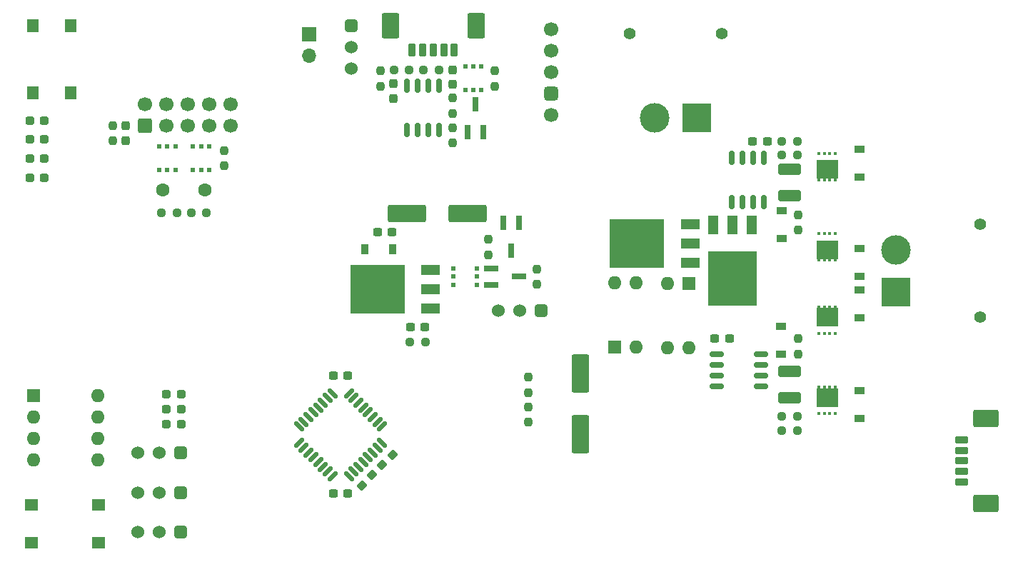
<source format=gts>
%TF.GenerationSoftware,KiCad,Pcbnew,(6.0.11)*%
%TF.CreationDate,2023-08-03T06:57:00+09:00*%
%TF.ProjectId,motordriver,6d6f746f-7264-4726-9976-65722e6b6963,rev?*%
%TF.SameCoordinates,Original*%
%TF.FileFunction,Soldermask,Top*%
%TF.FilePolarity,Negative*%
%FSLAX46Y46*%
G04 Gerber Fmt 4.6, Leading zero omitted, Abs format (unit mm)*
G04 Created by KiCad (PCBNEW (6.0.11)) date 2023-08-03 06:57:00*
%MOMM*%
%LPD*%
G01*
G04 APERTURE LIST*
G04 Aperture macros list*
%AMRoundRect*
0 Rectangle with rounded corners*
0 $1 Rounding radius*
0 $2 $3 $4 $5 $6 $7 $8 $9 X,Y pos of 4 corners*
0 Add a 4 corners polygon primitive as box body*
4,1,4,$2,$3,$4,$5,$6,$7,$8,$9,$2,$3,0*
0 Add four circle primitives for the rounded corners*
1,1,$1+$1,$2,$3*
1,1,$1+$1,$4,$5*
1,1,$1+$1,$6,$7*
1,1,$1+$1,$8,$9*
0 Add four rect primitives between the rounded corners*
20,1,$1+$1,$2,$3,$4,$5,0*
20,1,$1+$1,$4,$5,$6,$7,0*
20,1,$1+$1,$6,$7,$8,$9,0*
20,1,$1+$1,$8,$9,$2,$3,0*%
G04 Aperture macros list end*
%ADD10R,2.200000X1.200000*%
%ADD11R,6.400000X5.800000*%
%ADD12RoundRect,0.250000X0.600000X-0.600000X0.600000X0.600000X-0.600000X0.600000X-0.600000X-0.600000X0*%
%ADD13C,1.700000*%
%ADD14R,0.620000X0.575000*%
%ADD15R,0.575000X0.620000*%
%ADD16RoundRect,0.237500X0.237500X-0.250000X0.237500X0.250000X-0.237500X0.250000X-0.237500X-0.250000X0*%
%ADD17RoundRect,0.237500X0.287500X0.237500X-0.287500X0.237500X-0.287500X-0.237500X0.287500X-0.237500X0*%
%ADD18RoundRect,0.237500X-0.287500X-0.237500X0.287500X-0.237500X0.287500X0.237500X-0.287500X0.237500X0*%
%ADD19R,0.400000X0.400000*%
%ADD20R,2.650000X2.200000*%
%ADD21R,0.400000X0.300000*%
%ADD22RoundRect,0.237500X-0.237500X0.250000X-0.237500X-0.250000X0.237500X-0.250000X0.237500X0.250000X0*%
%ADD23RoundRect,0.237500X-0.250000X-0.237500X0.250000X-0.237500X0.250000X0.237500X-0.250000X0.237500X0*%
%ADD24RoundRect,0.150000X0.150000X-0.675000X0.150000X0.675000X-0.150000X0.675000X-0.150000X-0.675000X0*%
%ADD25RoundRect,0.237500X0.250000X0.237500X-0.250000X0.237500X-0.250000X-0.237500X0.250000X-0.237500X0*%
%ADD26RoundRect,0.237500X-0.044194X-0.380070X0.380070X0.044194X0.044194X0.380070X-0.380070X-0.044194X0*%
%ADD27R,0.900000X1.200000*%
%ADD28R,1.700000X1.700000*%
%ADD29O,1.700000X1.700000*%
%ADD30RoundRect,0.425000X0.425000X0.425000X-0.425000X0.425000X-0.425000X-0.425000X0.425000X-0.425000X0*%
%ADD31R,0.800000X1.800000*%
%ADD32RoundRect,0.125000X0.530330X-0.353553X-0.353553X0.530330X-0.530330X0.353553X0.353553X-0.530330X0*%
%ADD33RoundRect,0.125000X0.530330X0.353553X0.353553X0.530330X-0.530330X-0.353553X-0.353553X-0.530330X0*%
%ADD34R,1.200000X0.900000*%
%ADD35RoundRect,0.237500X-0.237500X0.300000X-0.237500X-0.300000X0.237500X-0.300000X0.237500X0.300000X0*%
%ADD36RoundRect,0.150000X-0.675000X-0.150000X0.675000X-0.150000X0.675000X0.150000X-0.675000X0.150000X0*%
%ADD37R,1.600000X1.600000*%
%ADD38O,1.600000X1.600000*%
%ADD39RoundRect,0.381000X-0.381000X0.381000X-0.381000X-0.381000X0.381000X-0.381000X0.381000X0.381000X0*%
%ADD40C,1.524000*%
%ADD41C,1.400000*%
%ADD42R,3.500000X3.500000*%
%ADD43C,3.500000*%
%ADD44RoundRect,0.200000X0.600000X-0.200000X0.600000X0.200000X-0.600000X0.200000X-0.600000X-0.200000X0*%
%ADD45RoundRect,0.250001X1.249999X-0.799999X1.249999X0.799999X-1.249999X0.799999X-1.249999X-0.799999X0*%
%ADD46RoundRect,0.237500X0.300000X0.237500X-0.300000X0.237500X-0.300000X-0.237500X0.300000X-0.237500X0*%
%ADD47RoundRect,0.200000X0.200000X0.600000X-0.200000X0.600000X-0.200000X-0.600000X0.200000X-0.600000X0*%
%ADD48RoundRect,0.250001X0.799999X1.249999X-0.799999X1.249999X-0.799999X-1.249999X0.799999X-1.249999X0*%
%ADD49RoundRect,0.250001X-1.999999X-0.799999X1.999999X-0.799999X1.999999X0.799999X-1.999999X0.799999X0*%
%ADD50RoundRect,0.237500X-0.300000X-0.237500X0.300000X-0.237500X0.300000X0.237500X-0.300000X0.237500X0*%
%ADD51RoundRect,0.250001X-0.799999X1.999999X-0.799999X-1.999999X0.799999X-1.999999X0.799999X1.999999X0*%
%ADD52RoundRect,0.250000X1.100000X-0.412500X1.100000X0.412500X-1.100000X0.412500X-1.100000X-0.412500X0*%
%ADD53R,1.600000X1.400000*%
%ADD54RoundRect,0.250000X-1.100000X0.412500X-1.100000X-0.412500X1.100000X-0.412500X1.100000X0.412500X0*%
%ADD55R,1.400000X1.600000*%
%ADD56C,1.600000*%
%ADD57RoundRect,0.381000X-0.381000X-0.381000X0.381000X-0.381000X0.381000X0.381000X-0.381000X0.381000X0*%
%ADD58RoundRect,0.237500X0.044194X0.380070X-0.380070X-0.044194X-0.044194X-0.380070X0.380070X0.044194X0*%
%ADD59R,1.200000X2.200000*%
%ADD60R,5.800000X6.400000*%
%ADD61RoundRect,0.150000X-0.150000X0.675000X-0.150000X-0.675000X0.150000X-0.675000X0.150000X0.675000X0*%
%ADD62R,1.800000X0.800000*%
G04 APERTURE END LIST*
D10*
%TO.C,Q1*%
X173970000Y-88345000D03*
X173970000Y-86065000D03*
D11*
X167670000Y-86065000D03*
D10*
X173970000Y-83785000D03*
%TD*%
D12*
%TO.C,J2*%
X109320000Y-72090000D03*
D13*
X109320000Y-69550000D03*
X111860000Y-72090000D03*
X111860000Y-69550000D03*
X114400000Y-72090000D03*
X114400000Y-69550000D03*
X116940000Y-72090000D03*
X116940000Y-69550000D03*
X119480000Y-72090000D03*
X119480000Y-69550000D03*
%TD*%
D14*
%TO.C,Q8*%
X115000000Y-77330499D03*
X115950000Y-77330499D03*
X116900000Y-77330499D03*
X116900000Y-74554499D03*
X115950000Y-74554499D03*
X115000000Y-74554499D03*
%TD*%
D15*
%TO.C,Q6*%
X148638000Y-90950000D03*
X148638000Y-90000000D03*
X148638000Y-89050000D03*
X145862000Y-89050000D03*
X145862000Y-90000000D03*
X145862000Y-90950000D03*
%TD*%
D16*
%TO.C,R23*%
X105500000Y-73912500D03*
X105500000Y-72087500D03*
%TD*%
D17*
%TO.C,D2*%
X113625000Y-103950000D03*
X111875000Y-103950000D03*
%TD*%
D18*
%TO.C,D9*%
X95625000Y-76000000D03*
X97375000Y-76000000D03*
%TD*%
D19*
%TO.C,Q11*%
X189225000Y-96728000D03*
X189875000Y-96728000D03*
X190525000Y-96728000D03*
X191175000Y-96728000D03*
D20*
X190200000Y-94828000D03*
D21*
X190525000Y-93578000D03*
X191175000Y-93578000D03*
X189875000Y-93578000D03*
X189225000Y-93578000D03*
%TD*%
D22*
%TO.C,R26*%
X150000000Y-85587500D03*
X150000000Y-87412500D03*
%TD*%
D23*
%TO.C,R48*%
X184862500Y-73970000D03*
X186687500Y-73970000D03*
%TD*%
D24*
%TO.C,U8*%
X140345000Y-72625000D03*
X141615000Y-72625000D03*
X142885000Y-72625000D03*
X144155000Y-72625000D03*
X144155000Y-67375000D03*
X142885000Y-67375000D03*
X141615000Y-67375000D03*
X140345000Y-67375000D03*
%TD*%
D25*
%TO.C,R32*%
X142550000Y-97750000D03*
X140725000Y-97750000D03*
%TD*%
D26*
%TO.C,C11*%
X137440120Y-112359880D03*
X138659880Y-111140120D03*
%TD*%
D27*
%TO.C,D6*%
X138650000Y-86750000D03*
X135350000Y-86750000D03*
%TD*%
D28*
%TO.C,JP1*%
X128750000Y-61250000D03*
D29*
X128750000Y-63790000D03*
%TD*%
D30*
%TO.C,SW6*%
X157500000Y-68290000D03*
D13*
X157500000Y-65750000D03*
X157500000Y-63210000D03*
X157500000Y-70830000D03*
X157500000Y-60670000D03*
%TD*%
D31*
%TO.C,Q7*%
X153700000Y-83600000D03*
X151800000Y-83600000D03*
X152750000Y-86900000D03*
%TD*%
D10*
%TO.C,U3*%
X143200000Y-93780000D03*
X143200000Y-91500000D03*
D11*
X136900000Y-91500000D03*
D10*
X143200000Y-89220000D03*
%TD*%
D32*
%TO.C,U2*%
X133472272Y-113682070D03*
X134037957Y-113116384D03*
X134603643Y-112550699D03*
X135169328Y-111985014D03*
X135735014Y-111419328D03*
X136300699Y-110853643D03*
X136866384Y-110287957D03*
X137432070Y-109722272D03*
D33*
X137432070Y-107777728D03*
X136866384Y-107212043D03*
X136300699Y-106646357D03*
X135735014Y-106080672D03*
X135169328Y-105514986D03*
X134603643Y-104949301D03*
X134037957Y-104383616D03*
X133472272Y-103817930D03*
D32*
X131527728Y-103817930D03*
X130962043Y-104383616D03*
X130396357Y-104949301D03*
X129830672Y-105514986D03*
X129264986Y-106080672D03*
X128699301Y-106646357D03*
X128133616Y-107212043D03*
X127567930Y-107777728D03*
D33*
X127567930Y-109722272D03*
X128133616Y-110287957D03*
X128699301Y-110853643D03*
X129264986Y-111419328D03*
X129830672Y-111985014D03*
X130396357Y-112550699D03*
X130962043Y-113116384D03*
X131527728Y-113682070D03*
%TD*%
D23*
%TO.C,R24*%
X114787500Y-82442500D03*
X116612500Y-82442500D03*
%TD*%
D34*
%TO.C,D12*%
X184825000Y-82165000D03*
X184825000Y-85465000D03*
%TD*%
D22*
%TO.C,R41*%
X186775000Y-97377500D03*
X186775000Y-99202500D03*
%TD*%
D35*
%TO.C,C22*%
X138750000Y-67137500D03*
X138750000Y-68862500D03*
%TD*%
D31*
%TO.C,Q16*%
X147550000Y-72900000D03*
X149450000Y-72900000D03*
X148500000Y-69600000D03*
%TD*%
D36*
%TO.C,U6*%
X177150000Y-99160000D03*
X177150000Y-100430000D03*
X177150000Y-101700000D03*
X177150000Y-102970000D03*
X182400000Y-102970000D03*
X182400000Y-101700000D03*
X182400000Y-100430000D03*
X182400000Y-99160000D03*
%TD*%
D37*
%TO.C,SW5*%
X96050000Y-104150000D03*
D38*
X96050000Y-106690000D03*
X96050000Y-109230000D03*
X96050000Y-111770000D03*
X103670000Y-111770000D03*
X103670000Y-109230000D03*
X103670000Y-106690000D03*
X103670000Y-104150000D03*
%TD*%
D39*
%TO.C,U1*%
X156290000Y-94028000D03*
D40*
X153750000Y-94028000D03*
X151210000Y-94028000D03*
%TD*%
D17*
%TO.C,D5*%
X113625000Y-107500000D03*
X111875000Y-107500000D03*
%TD*%
D41*
%TO.C,J1*%
X166750000Y-61175000D03*
X177750000Y-61175000D03*
D42*
X174750000Y-71175000D03*
D43*
X169750000Y-71175000D03*
%TD*%
D44*
%TO.C,J5*%
X206150000Y-114350000D03*
X206150000Y-113100000D03*
X206150000Y-111850000D03*
X206150000Y-110600000D03*
X206150000Y-109350000D03*
D45*
X209050000Y-116900000D03*
X209050000Y-106800000D03*
%TD*%
D18*
%TO.C,D7*%
X95625000Y-71500000D03*
X97375000Y-71500000D03*
%TD*%
D39*
%TO.C,SW3*%
X113540000Y-120312500D03*
D40*
X111000000Y-120312500D03*
X108460000Y-120312500D03*
%TD*%
D34*
%TO.C,D11*%
X184775000Y-99215000D03*
X184775000Y-95915000D03*
%TD*%
D14*
%TO.C,Q15*%
X147300000Y-67888000D03*
X148250000Y-67888000D03*
X149200000Y-67888000D03*
X149200000Y-65112000D03*
X148250000Y-65112000D03*
X147300000Y-65112000D03*
%TD*%
D25*
%TO.C,R53*%
X140662500Y-65500000D03*
X138837500Y-65500000D03*
%TD*%
D23*
%TO.C,R44*%
X184862500Y-75565000D03*
X186687500Y-75565000D03*
%TD*%
D18*
%TO.C,D10*%
X95625000Y-78250000D03*
X97375000Y-78250000D03*
%TD*%
D46*
%TO.C,C19*%
X183112500Y-73970000D03*
X181387500Y-73970000D03*
%TD*%
D34*
%TO.C,D13*%
X194025000Y-91565000D03*
X194025000Y-94865000D03*
%TD*%
D37*
%TO.C,U5*%
X164975000Y-98390000D03*
D38*
X167515000Y-98390000D03*
X167515000Y-90770000D03*
X164975000Y-90770000D03*
%TD*%
D46*
%TO.C,C18*%
X178612500Y-97340000D03*
X176887500Y-97340000D03*
%TD*%
D17*
%TO.C,D3*%
X113625000Y-105700000D03*
X111875000Y-105700000D03*
%TD*%
D47*
%TO.C,J3*%
X146000000Y-63150000D03*
X144750000Y-63150000D03*
X143500000Y-63150000D03*
X142250000Y-63150000D03*
X141000000Y-63150000D03*
D48*
X148550000Y-60250000D03*
X138450000Y-60250000D03*
%TD*%
D25*
%TO.C,R52*%
X144162500Y-65500000D03*
X142337500Y-65500000D03*
%TD*%
D23*
%TO.C,R25*%
X111287500Y-82442500D03*
X113112500Y-82442500D03*
%TD*%
D41*
%TO.C,J4*%
X208350000Y-83815000D03*
X208350000Y-94815000D03*
D42*
X198350000Y-91815000D03*
D43*
X198350000Y-86815000D03*
%TD*%
D22*
%TO.C,R43*%
X186775000Y-82652500D03*
X186775000Y-84477500D03*
%TD*%
%TO.C,R51*%
X145750000Y-68837500D03*
X145750000Y-70662500D03*
%TD*%
D49*
%TO.C,C13*%
X140400000Y-82500000D03*
X147600000Y-82500000D03*
%TD*%
D34*
%TO.C,D15*%
X194025000Y-89965000D03*
X194025000Y-86665000D03*
%TD*%
D14*
%TO.C,Q5*%
X112900000Y-74554500D03*
X111950000Y-74554500D03*
X111000000Y-74554500D03*
X111000000Y-77330500D03*
X111950000Y-77330500D03*
X112900000Y-77330500D03*
%TD*%
D46*
%TO.C,C10*%
X133362500Y-115750000D03*
X131637500Y-115750000D03*
%TD*%
D34*
%TO.C,D14*%
X194015000Y-103520000D03*
X194015000Y-106820000D03*
%TD*%
D16*
%TO.C,R54*%
X137250000Y-67412500D03*
X137250000Y-65587500D03*
%TD*%
D50*
%TO.C,C15*%
X140775000Y-96000000D03*
X142500000Y-96000000D03*
%TD*%
D22*
%TO.C,R10*%
X154750000Y-105437500D03*
X154750000Y-107262500D03*
%TD*%
D19*
%TO.C,Q12*%
X189225000Y-106228000D03*
X189875000Y-106228000D03*
X190525000Y-106228000D03*
X191175000Y-106228000D03*
D21*
X190525000Y-103078000D03*
X189875000Y-103078000D03*
X191175000Y-103078000D03*
X189225000Y-103078000D03*
D20*
X190200000Y-104328000D03*
%TD*%
D18*
%TO.C,D8*%
X95625000Y-73750000D03*
X97375000Y-73750000D03*
%TD*%
D35*
%TO.C,C4*%
X107000000Y-72137500D03*
X107000000Y-73862500D03*
%TD*%
D51*
%TO.C,C5*%
X160950000Y-101450000D03*
X160950000Y-108650000D03*
%TD*%
D52*
%TO.C,C21*%
X185775000Y-80377500D03*
X185775000Y-77252500D03*
%TD*%
D53*
%TO.C,SW1*%
X95800000Y-117050000D03*
X103800000Y-117050000D03*
X103800000Y-121550000D03*
X95800000Y-121550000D03*
%TD*%
D22*
%TO.C,R49*%
X150750000Y-65587500D03*
X150750000Y-67412500D03*
%TD*%
D19*
%TO.C,Q14*%
X191175000Y-75402000D03*
X190525000Y-75402000D03*
X189875000Y-75402000D03*
X189225000Y-75402000D03*
D21*
X189875000Y-78552000D03*
X191175000Y-78552000D03*
X189225000Y-78552000D03*
D20*
X190200000Y-77302000D03*
D21*
X190525000Y-78552000D03*
%TD*%
D54*
%TO.C,C20*%
X185775000Y-101252500D03*
X185775000Y-104377500D03*
%TD*%
D35*
%TO.C,C23*%
X145750000Y-65475000D03*
X145750000Y-67200000D03*
%TD*%
D16*
%TO.C,R27*%
X118700000Y-76855000D03*
X118700000Y-75030000D03*
%TD*%
D50*
%TO.C,C7*%
X131637500Y-101750000D03*
X133362500Y-101750000D03*
%TD*%
D37*
%TO.C,U4*%
X173775000Y-90790000D03*
D38*
X171235000Y-90790000D03*
X171235000Y-98410000D03*
X173775000Y-98410000D03*
%TD*%
D55*
%TO.C,SW8*%
X100500000Y-60250000D03*
X100500000Y-68250000D03*
X96000000Y-60250000D03*
X96000000Y-68250000D03*
%TD*%
D56*
%TO.C,C12*%
X111450000Y-79692500D03*
X116450000Y-79692500D03*
%TD*%
D34*
%TO.C,D16*%
X194015000Y-78170000D03*
X194015000Y-74870000D03*
%TD*%
D57*
%TO.C,SW9*%
X133750000Y-60240000D03*
D40*
X133750000Y-62780000D03*
X133750000Y-65320000D03*
%TD*%
D19*
%TO.C,Q13*%
X191175000Y-84915000D03*
X190525000Y-84915000D03*
X189875000Y-84915000D03*
X189225000Y-84915000D03*
D21*
X189875000Y-88065000D03*
X189225000Y-88065000D03*
D20*
X190200000Y-86815000D03*
D21*
X190525000Y-88065000D03*
X191175000Y-88065000D03*
%TD*%
D58*
%TO.C,C9*%
X136259880Y-113540120D03*
X135040120Y-114759880D03*
%TD*%
D39*
%TO.C,SW2*%
X113530000Y-115650000D03*
D40*
X110990000Y-115650000D03*
X108450000Y-115650000D03*
%TD*%
D46*
%TO.C,C14*%
X138612500Y-84750000D03*
X136887500Y-84750000D03*
%TD*%
D39*
%TO.C,SW7*%
X113540000Y-110900000D03*
D40*
X111000000Y-110900000D03*
X108460000Y-110900000D03*
%TD*%
D23*
%TO.C,R46*%
X184862500Y-108220000D03*
X186687500Y-108220000D03*
%TD*%
D16*
%TO.C,R22*%
X155750000Y-90912500D03*
X155750000Y-89087500D03*
%TD*%
D59*
%TO.C,Q3*%
X181275000Y-83890000D03*
D60*
X178995000Y-90190000D03*
D59*
X178995000Y-83890000D03*
X176715000Y-83890000D03*
%TD*%
D22*
%TO.C,R9*%
X154750000Y-101937500D03*
X154750000Y-103762500D03*
%TD*%
%TO.C,R50*%
X145750000Y-72337500D03*
X145750000Y-74162500D03*
%TD*%
D23*
%TO.C,R42*%
X184862500Y-106565000D03*
X186687500Y-106565000D03*
%TD*%
D61*
%TO.C,U7*%
X182680000Y-75940000D03*
X181410000Y-75940000D03*
X180140000Y-75940000D03*
X178870000Y-75940000D03*
X178870000Y-81190000D03*
X180140000Y-81190000D03*
X181410000Y-81190000D03*
X182680000Y-81190000D03*
%TD*%
D62*
%TO.C,Q4*%
X150350000Y-89050000D03*
X150350000Y-90950000D03*
X153650000Y-90000000D03*
%TD*%
M02*

</source>
